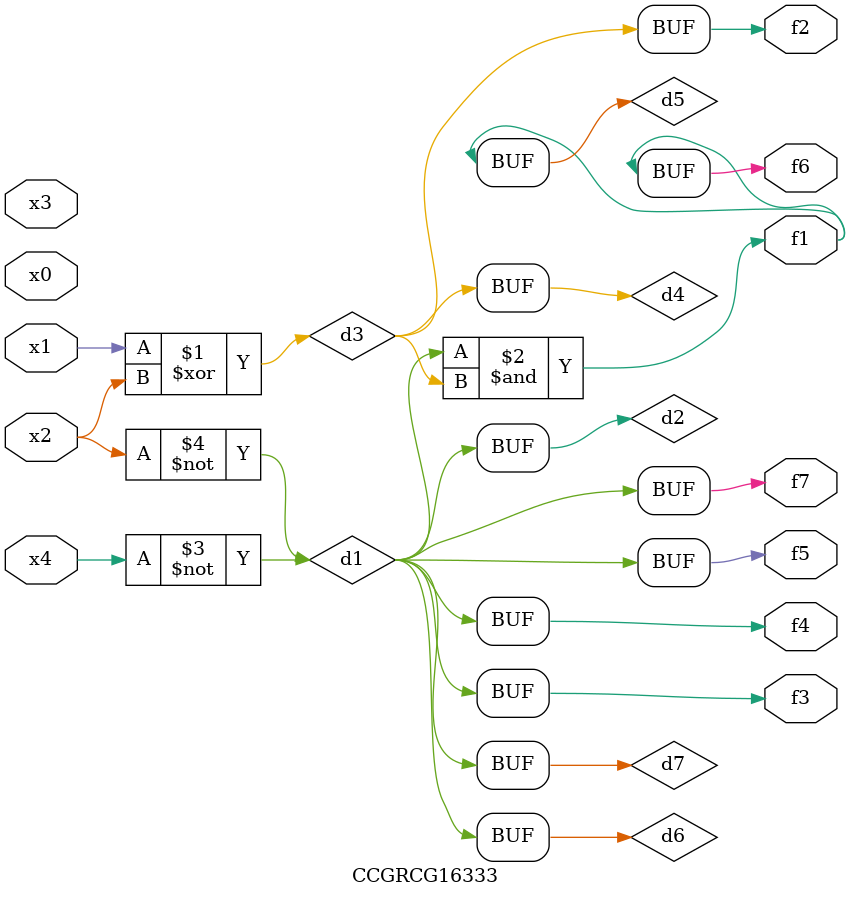
<source format=v>
module CCGRCG16333(
	input x0, x1, x2, x3, x4,
	output f1, f2, f3, f4, f5, f6, f7
);

	wire d1, d2, d3, d4, d5, d6, d7;

	not (d1, x4);
	not (d2, x2);
	xor (d3, x1, x2);
	buf (d4, d3);
	and (d5, d1, d3);
	buf (d6, d1, d2);
	buf (d7, d2);
	assign f1 = d5;
	assign f2 = d4;
	assign f3 = d7;
	assign f4 = d7;
	assign f5 = d7;
	assign f6 = d5;
	assign f7 = d7;
endmodule

</source>
